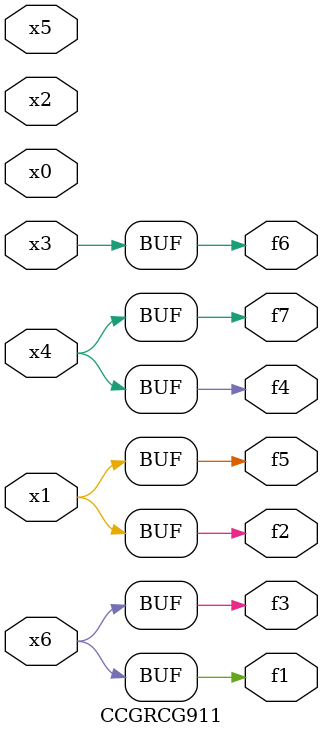
<source format=v>
module CCGRCG911(
	input x0, x1, x2, x3, x4, x5, x6,
	output f1, f2, f3, f4, f5, f6, f7
);
	assign f1 = x6;
	assign f2 = x1;
	assign f3 = x6;
	assign f4 = x4;
	assign f5 = x1;
	assign f6 = x3;
	assign f7 = x4;
endmodule

</source>
